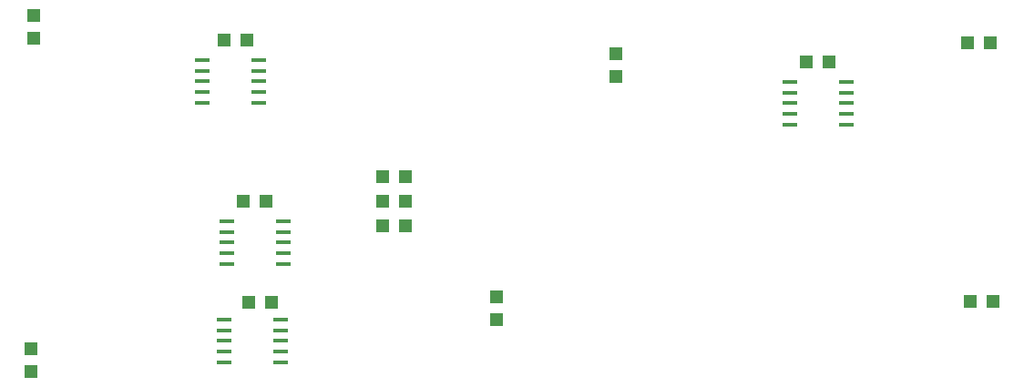
<source format=gbr>
%TF.GenerationSoftware,KiCad,Pcbnew,(5.1.6-0-10_14)*%
%TF.CreationDate,2020-10-29T22:09:48+01:00*%
%TF.ProjectId,bolidjs,626f6c69-646a-4732-9e6b-696361645f70,1.0*%
%TF.SameCoordinates,Original*%
%TF.FileFunction,Paste,Bot*%
%TF.FilePolarity,Positive*%
%FSLAX46Y46*%
G04 Gerber Fmt 4.6, Leading zero omitted, Abs format (unit mm)*
G04 Created by KiCad (PCBNEW (5.1.6-0-10_14)) date 2020-10-29 22:09:48*
%MOMM*%
%LPD*%
G01*
G04 APERTURE LIST*
%ADD10R,1.200000X1.200000*%
%ADD11R,1.391399X0.456400*%
G04 APERTURE END LIST*
D10*
%TO.C,R7*%
X136144000Y-63974000D03*
X136144000Y-66074000D03*
%TD*%
%TO.C,C3*%
X101888000Y-62738000D03*
X99788000Y-62738000D03*
%TD*%
%TO.C,C9*%
X155990000Y-64770000D03*
X153890000Y-64770000D03*
%TD*%
%TO.C,C10*%
X125095000Y-86580000D03*
X125095000Y-88680000D03*
%TD*%
%TO.C,C11*%
X102074000Y-87122000D03*
X104174000Y-87122000D03*
%TD*%
%TO.C,C12*%
X103666000Y-77724000D03*
X101566000Y-77724000D03*
%TD*%
%TO.C,C13*%
X116620000Y-77724000D03*
X114520000Y-77724000D03*
%TD*%
%TO.C,R1*%
X170976000Y-62992000D03*
X168876000Y-62992000D03*
%TD*%
%TO.C,R2*%
X169130000Y-86995000D03*
X171230000Y-86995000D03*
%TD*%
%TO.C,R3*%
X82042000Y-60418000D03*
X82042000Y-62518000D03*
%TD*%
%TO.C,R4*%
X81788000Y-91406000D03*
X81788000Y-93506000D03*
%TD*%
%TO.C,R5*%
X114520000Y-75438000D03*
X116620000Y-75438000D03*
%TD*%
%TO.C,R6*%
X114520000Y-80010000D03*
X116620000Y-80010000D03*
%TD*%
D11*
%TO.C,U2*%
X105013498Y-88677999D03*
X105013498Y-89677999D03*
X105013498Y-90678000D03*
X105013498Y-91678001D03*
X105013498Y-92678001D03*
X99710502Y-92678001D03*
X99710502Y-91678001D03*
X99710502Y-90678000D03*
X99710502Y-89677999D03*
X99710502Y-88677999D03*
%TD*%
%TO.C,U3*%
X99964502Y-79533999D03*
X99964502Y-80533999D03*
X99964502Y-81534000D03*
X99964502Y-82534001D03*
X99964502Y-83534001D03*
X105267498Y-83534001D03*
X105267498Y-82534001D03*
X105267498Y-81534000D03*
X105267498Y-80533999D03*
X105267498Y-79533999D03*
%TD*%
%TO.C,U4*%
X152288502Y-70580001D03*
X152288502Y-69580001D03*
X152288502Y-68580000D03*
X152288502Y-67579999D03*
X152288502Y-66579999D03*
X157591498Y-66579999D03*
X157591498Y-67579999D03*
X157591498Y-68580000D03*
X157591498Y-69580001D03*
X157591498Y-70580001D03*
%TD*%
%TO.C,U5*%
X97678502Y-64547999D03*
X97678502Y-65547999D03*
X97678502Y-66548000D03*
X97678502Y-67548001D03*
X97678502Y-68548001D03*
X102981498Y-68548001D03*
X102981498Y-67548001D03*
X102981498Y-66548000D03*
X102981498Y-65547999D03*
X102981498Y-64547999D03*
%TD*%
M02*

</source>
